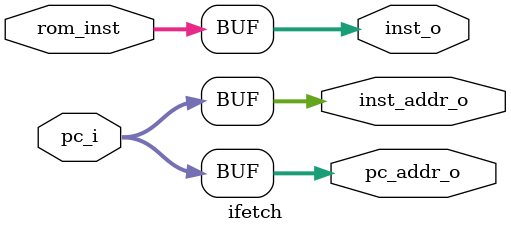
<source format=v>
module ifetch(
	// from pc_reg
	input wire[31:0] pc_i,
	// to rom
	input wire[31:0] rom_inst,
	// from rom
	output wire[31:0] pc_addr_o,
	// to if_id
	output wire [31:0] inst_o,
	output wire [31:0] inst_addr_o
);
	assign pc_addr_o = pc_i;
	assign inst_addr_o = pc_i;
	assign inst_o = rom_inst;
endmodule

</source>
